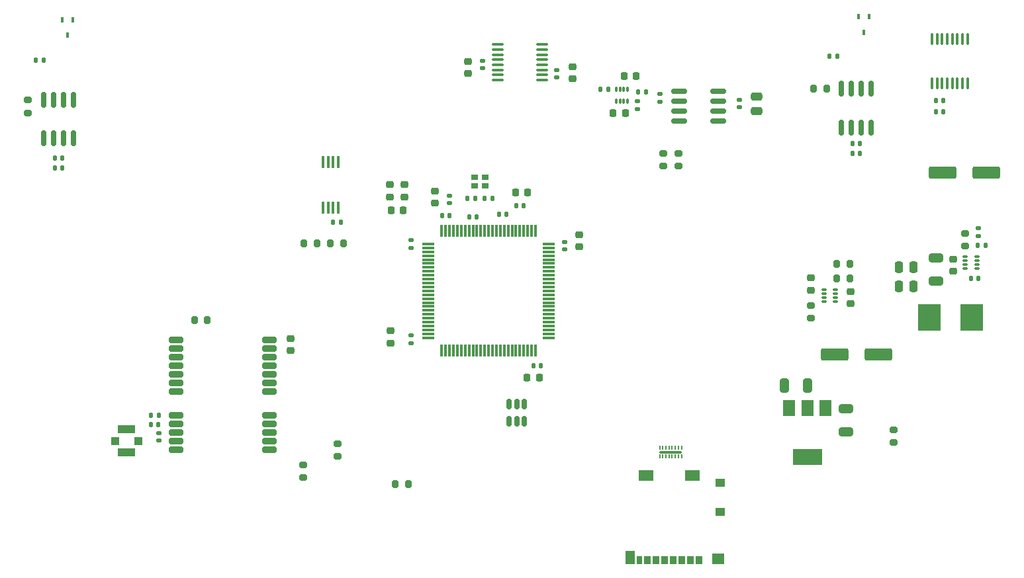
<source format=gbr>
G04 #@! TF.GenerationSoftware,KiCad,Pcbnew,7.0.8*
G04 #@! TF.CreationDate,2024-01-21T01:37:22-07:00*
G04 #@! TF.ProjectId,sdm24logger,73646d32-346c-46f6-9767-65722e6b6963,v3.1*
G04 #@! TF.SameCoordinates,Original*
G04 #@! TF.FileFunction,Paste,Top*
G04 #@! TF.FilePolarity,Positive*
%FSLAX46Y46*%
G04 Gerber Fmt 4.6, Leading zero omitted, Abs format (unit mm)*
G04 Created by KiCad (PCBNEW 7.0.8) date 2024-01-21 01:37:22*
%MOMM*%
%LPD*%
G01*
G04 APERTURE LIST*
G04 Aperture macros list*
%AMRoundRect*
0 Rectangle with rounded corners*
0 $1 Rounding radius*
0 $2 $3 $4 $5 $6 $7 $8 $9 X,Y pos of 4 corners*
0 Add a 4 corners polygon primitive as box body*
4,1,4,$2,$3,$4,$5,$6,$7,$8,$9,$2,$3,0*
0 Add four circle primitives for the rounded corners*
1,1,$1+$1,$2,$3*
1,1,$1+$1,$4,$5*
1,1,$1+$1,$6,$7*
1,1,$1+$1,$8,$9*
0 Add four rect primitives between the rounded corners*
20,1,$1+$1,$2,$3,$4,$5,0*
20,1,$1+$1,$4,$5,$6,$7,0*
20,1,$1+$1,$6,$7,$8,$9,0*
20,1,$1+$1,$8,$9,$2,$3,0*%
G04 Aperture macros list end*
%ADD10RoundRect,0.140000X0.140000X0.170000X-0.140000X0.170000X-0.140000X-0.170000X0.140000X-0.170000X0*%
%ADD11RoundRect,0.135000X-0.135000X-0.185000X0.135000X-0.185000X0.135000X0.185000X-0.135000X0.185000X0*%
%ADD12RoundRect,0.200000X0.200000X0.275000X-0.200000X0.275000X-0.200000X-0.275000X0.200000X-0.275000X0*%
%ADD13RoundRect,0.140000X-0.140000X-0.170000X0.140000X-0.170000X0.140000X0.170000X-0.140000X0.170000X0*%
%ADD14RoundRect,0.225000X-0.250000X0.225000X-0.250000X-0.225000X0.250000X-0.225000X0.250000X0.225000X0*%
%ADD15RoundRect,0.250000X-1.500000X-0.550000X1.500000X-0.550000X1.500000X0.550000X-1.500000X0.550000X0*%
%ADD16RoundRect,0.200000X-0.200000X-0.275000X0.200000X-0.275000X0.200000X0.275000X-0.200000X0.275000X0*%
%ADD17RoundRect,0.225000X-0.225000X-0.250000X0.225000X-0.250000X0.225000X0.250000X-0.225000X0.250000X0*%
%ADD18RoundRect,0.225000X0.225000X0.250000X-0.225000X0.250000X-0.225000X-0.250000X0.225000X-0.250000X0*%
%ADD19RoundRect,0.150000X-0.150000X0.512500X-0.150000X-0.512500X0.150000X-0.512500X0.150000X0.512500X0*%
%ADD20RoundRect,0.200000X0.275000X-0.200000X0.275000X0.200000X-0.275000X0.200000X-0.275000X-0.200000X0*%
%ADD21RoundRect,0.140000X0.170000X-0.140000X0.170000X0.140000X-0.170000X0.140000X-0.170000X-0.140000X0*%
%ADD22RoundRect,0.050000X-0.050000X0.175000X-0.050000X-0.175000X0.050000X-0.175000X0.050000X0.175000X0*%
%ADD23RoundRect,0.075000X-1.325000X0.075000X-1.325000X-0.075000X1.325000X-0.075000X1.325000X0.075000X0*%
%ADD24RoundRect,0.135000X0.185000X-0.135000X0.185000X0.135000X-0.185000X0.135000X-0.185000X-0.135000X0*%
%ADD25R,1.000000X1.000000*%
%ADD26R,2.200000X1.050000*%
%ADD27R,2.950000X3.500000*%
%ADD28RoundRect,0.218750X0.218750X0.256250X-0.218750X0.256250X-0.218750X-0.256250X0.218750X-0.256250X0*%
%ADD29RoundRect,0.225000X0.250000X-0.225000X0.250000X0.225000X-0.250000X0.225000X-0.250000X-0.225000X0*%
%ADD30RoundRect,0.075000X0.075000X-0.260000X0.075000X0.260000X-0.075000X0.260000X-0.075000X-0.260000X0*%
%ADD31RoundRect,0.250000X-0.325000X-0.650000X0.325000X-0.650000X0.325000X0.650000X-0.325000X0.650000X0*%
%ADD32R,0.850000X1.100000*%
%ADD33R,0.750000X1.100000*%
%ADD34R,1.200000X1.000000*%
%ADD35R,1.550000X1.350000*%
%ADD36R,1.900000X1.350000*%
%ADD37R,1.170000X1.800000*%
%ADD38RoundRect,0.075000X-0.075000X0.725000X-0.075000X-0.725000X0.075000X-0.725000X0.075000X0.725000X0*%
%ADD39RoundRect,0.075000X-0.725000X0.075000X-0.725000X-0.075000X0.725000X-0.075000X0.725000X0.075000X0*%
%ADD40RoundRect,0.250000X-0.250000X-0.475000X0.250000X-0.475000X0.250000X0.475000X-0.250000X0.475000X0*%
%ADD41R,0.450000X0.700000*%
%ADD42RoundRect,0.150000X0.150000X-0.825000X0.150000X0.825000X-0.150000X0.825000X-0.150000X-0.825000X0*%
%ADD43RoundRect,0.135000X-0.185000X0.135000X-0.185000X-0.135000X0.185000X-0.135000X0.185000X0.135000X0*%
%ADD44RoundRect,0.250000X-0.650000X0.325000X-0.650000X-0.325000X0.650000X-0.325000X0.650000X0.325000X0*%
%ADD45RoundRect,0.200000X-0.275000X0.200000X-0.275000X-0.200000X0.275000X-0.200000X0.275000X0.200000X0*%
%ADD46RoundRect,0.150000X0.825000X0.150000X-0.825000X0.150000X-0.825000X-0.150000X0.825000X-0.150000X0*%
%ADD47RoundRect,0.135000X0.135000X0.185000X-0.135000X0.185000X-0.135000X-0.185000X0.135000X-0.185000X0*%
%ADD48RoundRect,0.140000X-0.170000X0.140000X-0.170000X-0.140000X0.170000X-0.140000X0.170000X0.140000X0*%
%ADD49RoundRect,0.147500X0.172500X-0.147500X0.172500X0.147500X-0.172500X0.147500X-0.172500X-0.147500X0*%
%ADD50RoundRect,0.075000X0.260000X0.075000X-0.260000X0.075000X-0.260000X-0.075000X0.260000X-0.075000X0*%
%ADD51RoundRect,0.200000X-0.700000X-0.200000X0.700000X-0.200000X0.700000X0.200000X-0.700000X0.200000X0*%
%ADD52R,0.900000X0.800000*%
%ADD53RoundRect,0.100000X-0.100000X0.637500X-0.100000X-0.637500X0.100000X-0.637500X0.100000X0.637500X0*%
%ADD54RoundRect,0.075000X-0.260000X-0.075000X0.260000X-0.075000X0.260000X0.075000X-0.260000X0.075000X0*%
%ADD55RoundRect,0.250000X0.475000X-0.250000X0.475000X0.250000X-0.475000X0.250000X-0.475000X-0.250000X0*%
%ADD56RoundRect,0.100000X-0.100000X0.675000X-0.100000X-0.675000X0.100000X-0.675000X0.100000X0.675000X0*%
%ADD57RoundRect,0.100000X0.637500X0.100000X-0.637500X0.100000X-0.637500X-0.100000X0.637500X-0.100000X0*%
%ADD58R,1.500000X2.000000*%
%ADD59R,3.800000X2.000000*%
G04 APERTURE END LIST*
D10*
X126480000Y-111500000D03*
X125520000Y-111500000D03*
D11*
X171590000Y-91000000D03*
X172610000Y-91000000D03*
D12*
X117725000Y-145700000D03*
X116075000Y-145700000D03*
D13*
X185220000Y-98100000D03*
X186180000Y-98100000D03*
D14*
X139600000Y-113825000D03*
X139600000Y-115375000D03*
D15*
X172260000Y-129140000D03*
X177860000Y-129140000D03*
D10*
X73505000Y-103965000D03*
X72545000Y-103965000D03*
D16*
X104375000Y-114900000D03*
X106025000Y-114900000D03*
D17*
X132925000Y-132100000D03*
X134475000Y-132100000D03*
D12*
X92025000Y-124700000D03*
X90375000Y-124700000D03*
D10*
X123025000Y-111400000D03*
X122065000Y-111400000D03*
D18*
X145475000Y-98200000D03*
X143925000Y-98200000D03*
D12*
X174185000Y-119440000D03*
X172535000Y-119440000D03*
D16*
X169575000Y-95100000D03*
X171225000Y-95100000D03*
D19*
X132550000Y-135462500D03*
X131600000Y-135462500D03*
X130650000Y-135462500D03*
X130650000Y-137737500D03*
X131600000Y-137737500D03*
X132550000Y-137737500D03*
D10*
X85780000Y-138100000D03*
X84820000Y-138100000D03*
D15*
X186060000Y-105840000D03*
X191660000Y-105840000D03*
D20*
X179800000Y-140425000D03*
X179800000Y-138775000D03*
D10*
X175480000Y-103400000D03*
X174520000Y-103400000D03*
D21*
X118100000Y-127680000D03*
X118100000Y-126720000D03*
D22*
X152680000Y-141075000D03*
X152280000Y-141075000D03*
X151880000Y-141075000D03*
X151480000Y-141075000D03*
X151080000Y-141075000D03*
X150680000Y-141075000D03*
X150280000Y-141075000D03*
X149880000Y-141075000D03*
X149880000Y-142225000D03*
X150280000Y-142225000D03*
X150680000Y-142225000D03*
X151080000Y-142225000D03*
X151480000Y-142225000D03*
X151880000Y-142225000D03*
X152280000Y-142225000D03*
X152680000Y-142225000D03*
D23*
X151280000Y-141650000D03*
D21*
X160075000Y-97515000D03*
X160075000Y-96555000D03*
D24*
X147030000Y-97770000D03*
X147030000Y-96750000D03*
D25*
X83200000Y-140200000D03*
D26*
X81700000Y-141675000D03*
D25*
X80200000Y-140200000D03*
D26*
X81700000Y-138725000D03*
D10*
X128460000Y-109170000D03*
X127500000Y-109170000D03*
D27*
X184335000Y-124400000D03*
X189785000Y-124400000D03*
D20*
X104300000Y-144925000D03*
X104300000Y-143275000D03*
D10*
X126260000Y-109170000D03*
X125300000Y-109170000D03*
D28*
X117085000Y-110697500D03*
X115510000Y-110697500D03*
D21*
X123000000Y-109780000D03*
X123000000Y-108820000D03*
D29*
X115410000Y-108972500D03*
X115410000Y-107422500D03*
D30*
X144300000Y-96700000D03*
X144800000Y-96700000D03*
X145300000Y-96700000D03*
X145800000Y-96700000D03*
X145800000Y-95220000D03*
X145300000Y-95220000D03*
X144800000Y-95220000D03*
X144300000Y-95220000D03*
D31*
X165835000Y-133140000D03*
X168785000Y-133140000D03*
D32*
X154945000Y-155450000D03*
X153845000Y-155450000D03*
X152745000Y-155450000D03*
X151645000Y-155450000D03*
X150545000Y-155450000D03*
X149445000Y-155450000D03*
X148345000Y-155450000D03*
D33*
X147295000Y-155450000D03*
D34*
X157580000Y-149300000D03*
X157580000Y-145600000D03*
D35*
X157405000Y-155325000D03*
D36*
X154080000Y-144625000D03*
X148110000Y-144625000D03*
D37*
X146085000Y-155100000D03*
D38*
X134000000Y-113325000D03*
X133500000Y-113325000D03*
X133000000Y-113325000D03*
X132500000Y-113325000D03*
X132000000Y-113325000D03*
X131500000Y-113325000D03*
X131000000Y-113325000D03*
X130500000Y-113325000D03*
X130000000Y-113325000D03*
X129500000Y-113325000D03*
X129000000Y-113325000D03*
X128500000Y-113325000D03*
X128000000Y-113325000D03*
X127500000Y-113325000D03*
X127000000Y-113325000D03*
X126500000Y-113325000D03*
X126000000Y-113325000D03*
X125500000Y-113325000D03*
X125000000Y-113325000D03*
X124500000Y-113325000D03*
X124000000Y-113325000D03*
X123500000Y-113325000D03*
X123000000Y-113325000D03*
X122500000Y-113325000D03*
X122000000Y-113325000D03*
D39*
X120325000Y-115000000D03*
X120325000Y-115500000D03*
X120325000Y-116000000D03*
X120325000Y-116500000D03*
X120325000Y-117000000D03*
X120325000Y-117500000D03*
X120325000Y-118000000D03*
X120325000Y-118500000D03*
X120325000Y-119000000D03*
X120325000Y-119500000D03*
X120325000Y-120000000D03*
X120325000Y-120500000D03*
X120325000Y-121000000D03*
X120325000Y-121500000D03*
X120325000Y-122000000D03*
X120325000Y-122500000D03*
X120325000Y-123000000D03*
X120325000Y-123500000D03*
X120325000Y-124000000D03*
X120325000Y-124500000D03*
X120325000Y-125000000D03*
X120325000Y-125500000D03*
X120325000Y-126000000D03*
X120325000Y-126500000D03*
X120325000Y-127000000D03*
D38*
X122000000Y-128675000D03*
X122500000Y-128675000D03*
X123000000Y-128675000D03*
X123500000Y-128675000D03*
X124000000Y-128675000D03*
X124500000Y-128675000D03*
X125000000Y-128675000D03*
X125500000Y-128675000D03*
X126000000Y-128675000D03*
X126500000Y-128675000D03*
X127000000Y-128675000D03*
X127500000Y-128675000D03*
X128000000Y-128675000D03*
X128500000Y-128675000D03*
X129000000Y-128675000D03*
X129500000Y-128675000D03*
X130000000Y-128675000D03*
X130500000Y-128675000D03*
X131000000Y-128675000D03*
X131500000Y-128675000D03*
X132000000Y-128675000D03*
X132500000Y-128675000D03*
X133000000Y-128675000D03*
X133500000Y-128675000D03*
X134000000Y-128675000D03*
D39*
X135675000Y-127000000D03*
X135675000Y-126500000D03*
X135675000Y-126000000D03*
X135675000Y-125500000D03*
X135675000Y-125000000D03*
X135675000Y-124500000D03*
X135675000Y-124000000D03*
X135675000Y-123500000D03*
X135675000Y-123000000D03*
X135675000Y-122500000D03*
X135675000Y-122000000D03*
X135675000Y-121500000D03*
X135675000Y-121000000D03*
X135675000Y-120500000D03*
X135675000Y-120000000D03*
X135675000Y-119500000D03*
X135675000Y-119000000D03*
X135675000Y-118500000D03*
X135675000Y-118000000D03*
X135675000Y-117500000D03*
X135675000Y-117000000D03*
X135675000Y-116500000D03*
X135675000Y-116000000D03*
X135675000Y-115500000D03*
X135675000Y-115000000D03*
D21*
X118045000Y-115490000D03*
X118045000Y-114530000D03*
D17*
X145355000Y-93460000D03*
X146905000Y-93460000D03*
D40*
X180450000Y-120460000D03*
X182350000Y-120460000D03*
D41*
X176650000Y-85900000D03*
X175350000Y-85900000D03*
X176000000Y-87900000D03*
X74795000Y-86275000D03*
X73495000Y-86275000D03*
X74145000Y-88275000D03*
D13*
X131520000Y-110100000D03*
X132480000Y-110100000D03*
D14*
X187410000Y-116925000D03*
X187410000Y-118475000D03*
X115500000Y-126125000D03*
X115500000Y-127675000D03*
D42*
X173095000Y-100075000D03*
X174365000Y-100075000D03*
X175635000Y-100075000D03*
X176905000Y-100075000D03*
X176905000Y-95125000D03*
X175635000Y-95125000D03*
X174365000Y-95125000D03*
X173095000Y-95125000D03*
D20*
X69100000Y-98225000D03*
X69100000Y-96575000D03*
D42*
X71095000Y-101475000D03*
X72365000Y-101475000D03*
X73635000Y-101475000D03*
X74905000Y-101475000D03*
X74905000Y-96525000D03*
X73635000Y-96525000D03*
X72365000Y-96525000D03*
X71095000Y-96525000D03*
D43*
X190600000Y-112990000D03*
X190600000Y-114010000D03*
D12*
X109425000Y-114900000D03*
X107775000Y-114900000D03*
D14*
X174260000Y-121065000D03*
X174260000Y-122615000D03*
D44*
X185200000Y-116825000D03*
X185200000Y-119775000D03*
D45*
X150300000Y-103375000D03*
X150300000Y-105025000D03*
X108700000Y-140575000D03*
X108700000Y-142225000D03*
X169210000Y-122840000D03*
X169210000Y-124490000D03*
D21*
X149900000Y-96780000D03*
X149900000Y-95820000D03*
D20*
X188960000Y-115265000D03*
X188960000Y-113615000D03*
D21*
X127200000Y-92480000D03*
X127200000Y-91520000D03*
D44*
X173710000Y-136065000D03*
X173710000Y-139015000D03*
D29*
X125400000Y-93175000D03*
X125400000Y-91625000D03*
D16*
X172535000Y-117540000D03*
X174185000Y-117540000D03*
D10*
X134680000Y-130600000D03*
X133720000Y-130600000D03*
D46*
X157350000Y-99240000D03*
X157350000Y-97970000D03*
X157350000Y-96700000D03*
X157350000Y-95430000D03*
X152400000Y-95430000D03*
X152400000Y-96700000D03*
X152400000Y-97970000D03*
X152400000Y-99240000D03*
D47*
X143310000Y-95160000D03*
X142290000Y-95160000D03*
D48*
X137745000Y-114720000D03*
X137745000Y-115680000D03*
D10*
X175480000Y-102100000D03*
X174520000Y-102100000D03*
D49*
X85800000Y-140185000D03*
X85800000Y-139215000D03*
D50*
X172360000Y-122340000D03*
X172360000Y-121840000D03*
X172360000Y-121340000D03*
X172360000Y-120840000D03*
X170880000Y-120840000D03*
X170880000Y-121340000D03*
X170880000Y-121840000D03*
X170880000Y-122340000D03*
D11*
X190550000Y-115200000D03*
X191570000Y-115200000D03*
D29*
X117210000Y-108972500D03*
X117210000Y-107422500D03*
D51*
X88000000Y-127300000D03*
X88000000Y-128400000D03*
X88000000Y-129500000D03*
X88000000Y-130600000D03*
X88000000Y-131700000D03*
X88000000Y-132800000D03*
X88000000Y-133900000D03*
X88000000Y-136900000D03*
X88000000Y-138000000D03*
X88000000Y-139100000D03*
X88000000Y-140200000D03*
X88000000Y-141300000D03*
X100000000Y-141300000D03*
X100000000Y-140200000D03*
X100000000Y-139100000D03*
X100000000Y-138000000D03*
X100000000Y-136900000D03*
X100000000Y-133900000D03*
X100000000Y-132800000D03*
X100000000Y-131700000D03*
X100000000Y-130600000D03*
X100000000Y-129500000D03*
X100000000Y-128400000D03*
X100000000Y-127300000D03*
D52*
X127580000Y-106420000D03*
X126180000Y-106420000D03*
X126180000Y-107520000D03*
X127580000Y-107520000D03*
D53*
X189275000Y-88737500D03*
X188625000Y-88737500D03*
X187975000Y-88737500D03*
X187325000Y-88737500D03*
X186675000Y-88737500D03*
X186025000Y-88737500D03*
X185375000Y-88737500D03*
X184725000Y-88737500D03*
X184725000Y-94462500D03*
X185375000Y-94462500D03*
X186025000Y-94462500D03*
X186675000Y-94462500D03*
X187325000Y-94462500D03*
X187975000Y-94462500D03*
X188625000Y-94462500D03*
X189275000Y-94462500D03*
D11*
X147090000Y-95500000D03*
X148110000Y-95500000D03*
D29*
X138700000Y-93875000D03*
X138700000Y-92325000D03*
X169210000Y-120915000D03*
X169210000Y-119365000D03*
D54*
X188980000Y-116640000D03*
X188980000Y-117140000D03*
X188980000Y-117640000D03*
X188980000Y-118140000D03*
X190460000Y-118140000D03*
X190460000Y-117640000D03*
X190460000Y-117140000D03*
X190460000Y-116640000D03*
D29*
X121100000Y-109775000D03*
X121100000Y-108225000D03*
D17*
X131425000Y-108400000D03*
X132975000Y-108400000D03*
D55*
X162275000Y-97985000D03*
X162275000Y-96085000D03*
D47*
X85810000Y-136900000D03*
X84790000Y-136900000D03*
D29*
X102700000Y-128675000D03*
X102700000Y-127125000D03*
D56*
X108775000Y-104540000D03*
X108125000Y-104540000D03*
X107475000Y-104540000D03*
X106825000Y-104540000D03*
X106825000Y-110340000D03*
X107475000Y-110340000D03*
X108125000Y-110340000D03*
X108775000Y-110340000D03*
D21*
X136700000Y-93680000D03*
X136700000Y-92720000D03*
D10*
X190680000Y-119400000D03*
X189720000Y-119400000D03*
D13*
X185220000Y-96600000D03*
X186180000Y-96600000D03*
D57*
X134865000Y-94020000D03*
X134865000Y-93370000D03*
X134865000Y-92720000D03*
X134865000Y-92070000D03*
X134865000Y-91420000D03*
X134865000Y-90770000D03*
X134865000Y-90120000D03*
X134865000Y-89470000D03*
X129140000Y-89470000D03*
X129140000Y-90120000D03*
X129140000Y-90770000D03*
X129140000Y-91420000D03*
X129140000Y-92070000D03*
X129140000Y-92720000D03*
X129140000Y-93370000D03*
X129140000Y-94020000D03*
D45*
X152300000Y-103375000D03*
X152300000Y-105025000D03*
D58*
X171060000Y-135990000D03*
X168760000Y-135990000D03*
D59*
X168760000Y-142290000D03*
D58*
X166460000Y-135990000D03*
D10*
X109080000Y-112200000D03*
X108120000Y-112200000D03*
X73505000Y-105265000D03*
X72545000Y-105265000D03*
D40*
X180450000Y-117960000D03*
X182350000Y-117960000D03*
D11*
X70090000Y-91490000D03*
X71110000Y-91490000D03*
D13*
X129320000Y-111200000D03*
X130280000Y-111200000D03*
M02*

</source>
